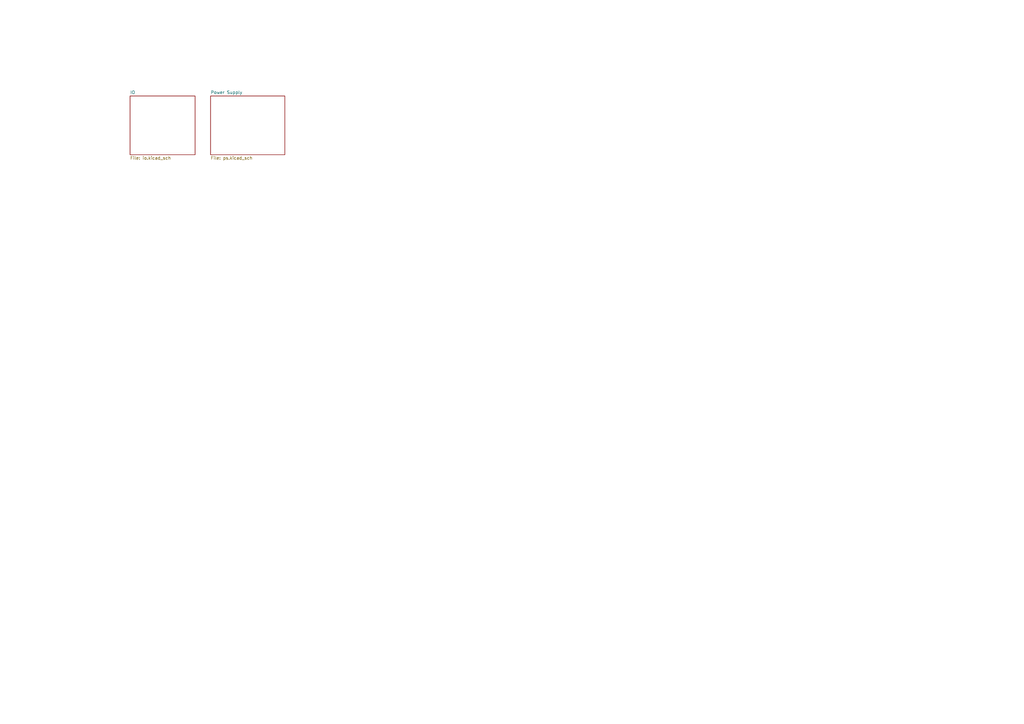
<source format=kicad_sch>
(kicad_sch (version 20211123) (generator eeschema)
  (paper "A3")
  (title_block (title "PatekBoard") (date "2022-05-01") (rev "0.1") (company "Pátek - zájmový kroužek, z.s."))
  (lib_symbols)
  (sheet (at 86.36 39.37) (size 30.48 24.13) (stroke (width 0.1524))
    (property "Sheet name" "Power Supply" (at 86.36 38.6584 0) (effects (justify left bottom)))
    (property "Sheet file" "ps.kicad_sch" (at 86.36 64.0846 0) (effects (justify left top)))
  )
  (sheet (at 53.34 39.37) (size 26.67 24.13) (stroke (width 0.1524))
    (property "Sheet name" "IO" (at 53.34 38.6584 0) (effects (justify left bottom)))
    (property "Sheet file" "io.kicad_sch" (at 53.34 64.0846 0) (effects (justify left top)))
  )
)
</source>
